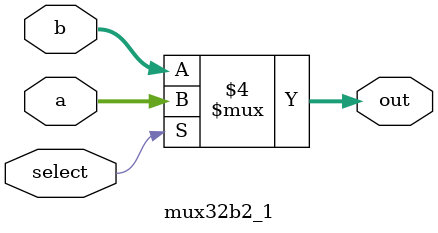
<source format=v>

module mux32b2_1 (a, b, select, out);
  input [31:0] a, b;
  input select;
  output reg [31:0] out;
  always @ (a or b or select)
  begin
    if (select == 1)
      out = a;
    else 
      out = b;
  end
endmodule
</source>
